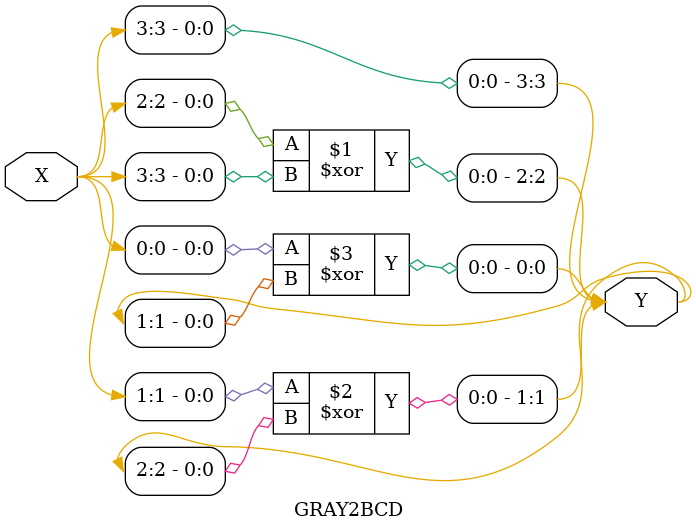
<source format=v>
`timescale 1ns / 1ps


module GRAY2BCD(
    input [3:0] X,
    output [3:0] Y
    );
    
assign Y[3] = X[3];
assign Y[2] = X[2]^Y[3];
assign Y[1] = X[1]^Y[2];
assign Y[0] = X[0]^Y[1];
        
endmodule

</source>
